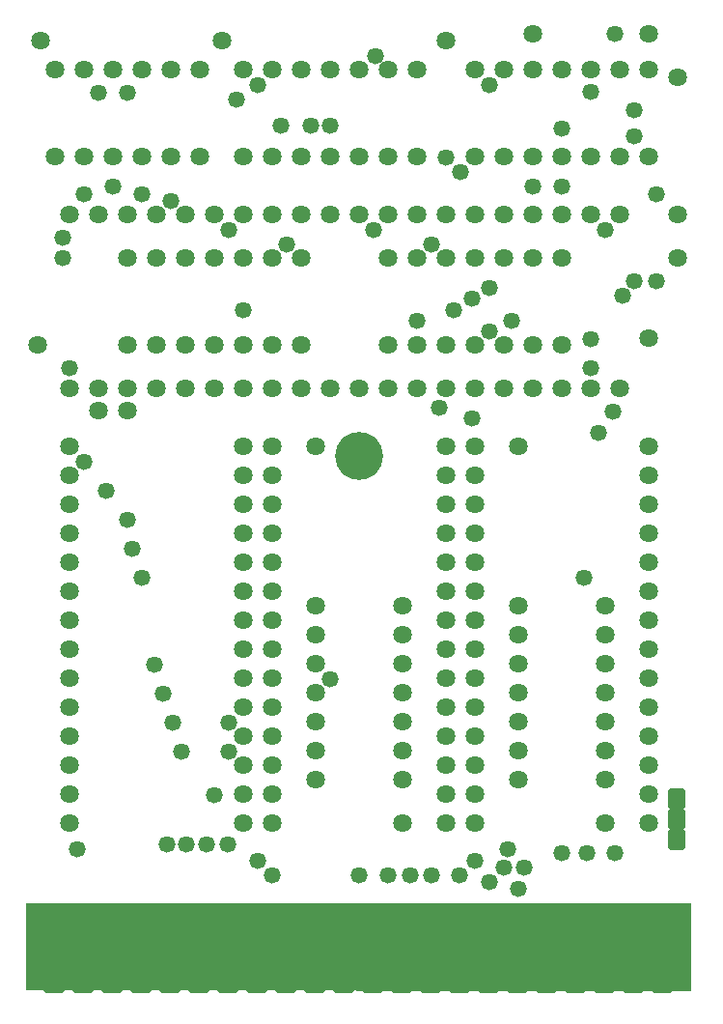
<source format=gbr>
%FSLAX34Y34*%
%MOMM*%
%LNSOLDERMASK_TOP*%
G71*
G01*
%ADD10C,1.630*%
%ADD11C,1.470*%
%ADD12C,0.600*%
%ADD13C,4.200*%
%LPD*%
X63500Y-342000D02*
G54D10*
D03*
X63500Y-322950D02*
G54D10*
D03*
X88900Y-322950D02*
G54D10*
D03*
X114300Y-322950D02*
G54D10*
D03*
X139700Y-322950D02*
G54D10*
D03*
X88900Y-342000D02*
G54D10*
D03*
X165100Y-322950D02*
G54D10*
D03*
X38100Y-322950D02*
G54D10*
D03*
X38100Y-373750D02*
G54D10*
D03*
X190500Y-373750D02*
G54D10*
D03*
X190500Y-399150D02*
G54D10*
D03*
X38100Y-399150D02*
G54D10*
D03*
X190500Y-322950D02*
G54D10*
D03*
X215900Y-322950D02*
G54D10*
D03*
X241300Y-322950D02*
G54D10*
D03*
X266700Y-322950D02*
G54D10*
D03*
X292100Y-322950D02*
G54D10*
D03*
X317500Y-322950D02*
G54D10*
D03*
X342900Y-322950D02*
G54D10*
D03*
X368300Y-322950D02*
G54D10*
D03*
X393700Y-322950D02*
G54D10*
D03*
X419100Y-322950D02*
G54D10*
D03*
X444500Y-322950D02*
G54D10*
D03*
X469900Y-322950D02*
G54D10*
D03*
X495300Y-322950D02*
G54D10*
D03*
X520700Y-322950D02*
G54D10*
D03*
X38100Y-424550D02*
G54D10*
D03*
X38100Y-449950D02*
G54D10*
D03*
X38100Y-475350D02*
G54D10*
D03*
X38100Y-500750D02*
G54D10*
D03*
X38100Y-526150D02*
G54D10*
D03*
X38100Y-551550D02*
G54D10*
D03*
X38100Y-576950D02*
G54D10*
D03*
X38100Y-602350D02*
G54D10*
D03*
X38100Y-627750D02*
G54D10*
D03*
X38100Y-653150D02*
G54D10*
D03*
X38100Y-678550D02*
G54D10*
D03*
X38100Y-703950D02*
G54D10*
D03*
X190500Y-424550D02*
G54D10*
D03*
X190500Y-449950D02*
G54D10*
D03*
X190500Y-475350D02*
G54D10*
D03*
X190500Y-500750D02*
G54D10*
D03*
X190500Y-526150D02*
G54D10*
D03*
X190500Y-551550D02*
G54D10*
D03*
X190500Y-576950D02*
G54D10*
D03*
X190500Y-602350D02*
G54D10*
D03*
X190500Y-627750D02*
G54D10*
D03*
X190500Y-653150D02*
G54D10*
D03*
X190500Y-678550D02*
G54D10*
D03*
X190500Y-703950D02*
G54D10*
D03*
X215900Y-373750D02*
G54D10*
D03*
X215900Y-399150D02*
G54D10*
D03*
X215900Y-424550D02*
G54D10*
D03*
X215900Y-449950D02*
G54D10*
D03*
X215900Y-475350D02*
G54D10*
D03*
X215900Y-500750D02*
G54D10*
D03*
X215900Y-526150D02*
G54D10*
D03*
X215900Y-551550D02*
G54D10*
D03*
X215900Y-576950D02*
G54D10*
D03*
X215900Y-602350D02*
G54D10*
D03*
X215900Y-627750D02*
G54D10*
D03*
X215900Y-653150D02*
G54D10*
D03*
X215900Y-678550D02*
G54D10*
D03*
X215900Y-703950D02*
G54D10*
D03*
X368300Y-373750D02*
G54D10*
D03*
X368300Y-399150D02*
G54D10*
D03*
X368300Y-424550D02*
G54D10*
D03*
X368300Y-449950D02*
G54D10*
D03*
X368300Y-475350D02*
G54D10*
D03*
X368300Y-500750D02*
G54D10*
D03*
X368300Y-526150D02*
G54D10*
D03*
X368300Y-551550D02*
G54D10*
D03*
X368300Y-576950D02*
G54D10*
D03*
X368300Y-602350D02*
G54D10*
D03*
X368300Y-627750D02*
G54D10*
D03*
X368300Y-653150D02*
G54D10*
D03*
X368300Y-678550D02*
G54D10*
D03*
X368300Y-703950D02*
G54D10*
D03*
X393700Y-373750D02*
G54D10*
D03*
X393700Y-399150D02*
G54D10*
D03*
X393700Y-424550D02*
G54D10*
D03*
X393700Y-449950D02*
G54D10*
D03*
X393700Y-475350D02*
G54D10*
D03*
X393700Y-500750D02*
G54D10*
D03*
X393700Y-526150D02*
G54D10*
D03*
X393700Y-551550D02*
G54D10*
D03*
X393700Y-576950D02*
G54D10*
D03*
X393700Y-602350D02*
G54D10*
D03*
X393700Y-627750D02*
G54D10*
D03*
X393700Y-653150D02*
G54D10*
D03*
X393700Y-678550D02*
G54D10*
D03*
X393700Y-703950D02*
G54D10*
D03*
X546100Y-373750D02*
G54D10*
D03*
X546100Y-399150D02*
G54D10*
D03*
X546100Y-424550D02*
G54D10*
D03*
X546100Y-449950D02*
G54D10*
D03*
X546100Y-475350D02*
G54D10*
D03*
X546100Y-500750D02*
G54D10*
D03*
X546100Y-526150D02*
G54D10*
D03*
X546100Y-551550D02*
G54D10*
D03*
X546100Y-576950D02*
G54D10*
D03*
X546100Y-602350D02*
G54D10*
D03*
X546100Y-627750D02*
G54D10*
D03*
X546100Y-653150D02*
G54D10*
D03*
X546100Y-678550D02*
G54D10*
D03*
X546100Y-703950D02*
G54D10*
D03*
X330200Y-703950D02*
G54D10*
D03*
X330200Y-665850D02*
G54D10*
D03*
X330200Y-640450D02*
G54D10*
D03*
X330200Y-615050D02*
G54D10*
D03*
X330200Y-589650D02*
G54D10*
D03*
X254000Y-665850D02*
G54D10*
D03*
X254000Y-640450D02*
G54D10*
D03*
X254000Y-615050D02*
G54D10*
D03*
X254000Y-589650D02*
G54D10*
D03*
X254000Y-564250D02*
G54D10*
D03*
X254000Y-538850D02*
G54D10*
D03*
X330200Y-538850D02*
G54D10*
D03*
X330200Y-564250D02*
G54D10*
D03*
X254000Y-513450D02*
G54D10*
D03*
X330200Y-513450D02*
G54D10*
D03*
X431800Y-513450D02*
G54D10*
D03*
X431800Y-538850D02*
G54D10*
D03*
X431800Y-564250D02*
G54D10*
D03*
X431800Y-589650D02*
G54D10*
D03*
X431800Y-615050D02*
G54D10*
D03*
X431800Y-640450D02*
G54D10*
D03*
X431800Y-665850D02*
G54D10*
D03*
X508000Y-513450D02*
G54D10*
D03*
X508000Y-538850D02*
G54D10*
D03*
X508000Y-564250D02*
G54D10*
D03*
X508000Y-589650D02*
G54D10*
D03*
X508000Y-615050D02*
G54D10*
D03*
X508000Y-640450D02*
G54D10*
D03*
X508000Y-665850D02*
G54D10*
D03*
X9525Y-284850D02*
G54D10*
D03*
X88900Y-284850D02*
G54D10*
D03*
X114300Y-284850D02*
G54D10*
D03*
X139700Y-284850D02*
G54D10*
D03*
X165100Y-284850D02*
G54D10*
D03*
X190500Y-284850D02*
G54D10*
D03*
X215900Y-284850D02*
G54D10*
D03*
X241300Y-284850D02*
G54D10*
D03*
X317500Y-284850D02*
G54D10*
D03*
X342900Y-284850D02*
G54D10*
D03*
X368300Y-284850D02*
G54D10*
D03*
X393700Y-284850D02*
G54D10*
D03*
X419100Y-284850D02*
G54D10*
D03*
X444500Y-284850D02*
G54D10*
D03*
X469900Y-284850D02*
G54D10*
D03*
X546100Y-278500D02*
G54D10*
D03*
X88900Y-208650D02*
G54D10*
D03*
X114300Y-208650D02*
G54D10*
D03*
X139700Y-208650D02*
G54D10*
D03*
X165100Y-208650D02*
G54D10*
D03*
X190500Y-208650D02*
G54D10*
D03*
X215900Y-208650D02*
G54D10*
D03*
X241300Y-208650D02*
G54D10*
D03*
X317500Y-208650D02*
G54D10*
D03*
X342900Y-208650D02*
G54D10*
D03*
X368300Y-208650D02*
G54D10*
D03*
X393700Y-208650D02*
G54D10*
D03*
X419100Y-208650D02*
G54D10*
D03*
X444500Y-208650D02*
G54D10*
D03*
X469900Y-208650D02*
G54D10*
D03*
X570706Y-208650D02*
G54D10*
D03*
X570706Y-170550D02*
G54D10*
D03*
X520700Y-170550D02*
G54D10*
D03*
X254000Y-373750D02*
G54D10*
D03*
X38100Y-170550D02*
G54D10*
D03*
X63500Y-170550D02*
G54D10*
D03*
X88900Y-170550D02*
G54D10*
D03*
X114300Y-170550D02*
G54D10*
D03*
X139700Y-170550D02*
G54D10*
D03*
X165100Y-170550D02*
G54D10*
D03*
X190500Y-170550D02*
G54D10*
D03*
X215900Y-170550D02*
G54D10*
D03*
X241300Y-170550D02*
G54D10*
D03*
X266700Y-170550D02*
G54D10*
D03*
X292100Y-170550D02*
G54D10*
D03*
X317500Y-170550D02*
G54D10*
D03*
X342900Y-170550D02*
G54D10*
D03*
X368300Y-170550D02*
G54D10*
D03*
X393700Y-170550D02*
G54D10*
D03*
X419100Y-170550D02*
G54D10*
D03*
X444500Y-170550D02*
G54D10*
D03*
X469900Y-170550D02*
G54D10*
D03*
X495300Y-170550D02*
G54D10*
D03*
X25400Y-119750D02*
G54D10*
D03*
X50800Y-119750D02*
G54D10*
D03*
X76200Y-119750D02*
G54D10*
D03*
X101600Y-119750D02*
G54D10*
D03*
X127000Y-119750D02*
G54D10*
D03*
X152400Y-119750D02*
G54D10*
D03*
X190500Y-119750D02*
G54D10*
D03*
X215900Y-119750D02*
G54D10*
D03*
X241300Y-119750D02*
G54D10*
D03*
X266700Y-119750D02*
G54D10*
D03*
X292100Y-119750D02*
G54D10*
D03*
X317500Y-119750D02*
G54D10*
D03*
X342900Y-119750D02*
G54D10*
D03*
X393700Y-119750D02*
G54D10*
D03*
X419100Y-119750D02*
G54D10*
D03*
X444500Y-119750D02*
G54D10*
D03*
X469900Y-119750D02*
G54D10*
D03*
X495300Y-119750D02*
G54D10*
D03*
X520700Y-119750D02*
G54D10*
D03*
X546100Y-119750D02*
G54D10*
D03*
X25400Y-43550D02*
G54D10*
D03*
X50800Y-43550D02*
G54D10*
D03*
X76200Y-43550D02*
G54D10*
D03*
X101600Y-43550D02*
G54D10*
D03*
X127000Y-43550D02*
G54D10*
D03*
X152400Y-43550D02*
G54D10*
D03*
X190500Y-43550D02*
G54D10*
D03*
X215900Y-43550D02*
G54D10*
D03*
X241300Y-43550D02*
G54D10*
D03*
X266700Y-43550D02*
G54D10*
D03*
X292100Y-43550D02*
G54D10*
D03*
X317500Y-43550D02*
G54D10*
D03*
X393700Y-43550D02*
G54D10*
D03*
X419100Y-43550D02*
G54D10*
D03*
X444500Y-43550D02*
G54D10*
D03*
X469900Y-43550D02*
G54D10*
D03*
X495300Y-43550D02*
G54D10*
D03*
X520700Y-43550D02*
G54D10*
D03*
X546100Y-43550D02*
G54D10*
D03*
X12700Y-18150D02*
G54D10*
D03*
X171450Y-18150D02*
G54D10*
D03*
X368300Y-18150D02*
G54D10*
D03*
X444500Y-11800D02*
G54D10*
D03*
X546100Y-11800D02*
G54D10*
D03*
X508000Y-703950D02*
G54D10*
D03*
X570706Y-50694D02*
G54D10*
D03*
X63500Y-63500D02*
G54D11*
D03*
X88900Y-63500D02*
G54D11*
D03*
X184150Y-69850D02*
G54D11*
D03*
X203200Y-57150D02*
G54D11*
D03*
X406400Y-57150D02*
G54D11*
D03*
X495300Y-63103D02*
G54D11*
D03*
X342900Y-43550D02*
G54D10*
D03*
X223044Y-92869D02*
G54D11*
D03*
X249238Y-92869D02*
G54D11*
D03*
X266700Y-92869D02*
G54D11*
D03*
X469900Y-95250D02*
G54D11*
D03*
X533400Y-101600D02*
G54D11*
D03*
X533400Y-79375D02*
G54D11*
D03*
X368300Y-120650D02*
G54D11*
D03*
X381000Y-133350D02*
G54D11*
D03*
X444500Y-146050D02*
G54D11*
D03*
X469900Y-146050D02*
G54D11*
D03*
X515938Y-11906D02*
G54D11*
D03*
X50800Y-152400D02*
G54D11*
D03*
X76200Y-146050D02*
G54D11*
D03*
X101600Y-152400D02*
G54D11*
D03*
X127000Y-158750D02*
G54D11*
D03*
X552450Y-152400D02*
G54D11*
D03*
X533400Y-228600D02*
G54D11*
D03*
X552450Y-228600D02*
G54D11*
D03*
X523081Y-241300D02*
G54D11*
D03*
X31750Y-190500D02*
G54D11*
D03*
X177800Y-184150D02*
G54D11*
D03*
X228600Y-196850D02*
G54D11*
D03*
X304800Y-184150D02*
G54D11*
D03*
X355600Y-196850D02*
G54D11*
D03*
X508000Y-184150D02*
G54D11*
D03*
X190500Y-254000D02*
G54D11*
D03*
X342900Y-263525D02*
G54D11*
D03*
X390525Y-244475D02*
G54D11*
D03*
X406400Y-234950D02*
G54D11*
D03*
X374650Y-254000D02*
G54D11*
D03*
X406400Y-273050D02*
G54D11*
D03*
X425450Y-263525D02*
G54D11*
D03*
X306388Y-31750D02*
G54D11*
D03*
X495300Y-279400D02*
G54D11*
D03*
X495300Y-304800D02*
G54D11*
D03*
X514350Y-342900D02*
G54D11*
D03*
X501650Y-361950D02*
G54D11*
D03*
X390525Y-349250D02*
G54D11*
D03*
X361950Y-339725D02*
G54D11*
D03*
X431800Y-373750D02*
G54D10*
D03*
X38100Y-304800D02*
G54D11*
D03*
X50800Y-387350D02*
G54D11*
D03*
X69850Y-412750D02*
G54D11*
D03*
X88900Y-438150D02*
G54D11*
D03*
X92869Y-463550D02*
G54D11*
D03*
X101600Y-488950D02*
G54D11*
D03*
X111919Y-565150D02*
G54D11*
D03*
X119856Y-590550D02*
G54D11*
D03*
X488950Y-488950D02*
G54D11*
D03*
X128191Y-615950D02*
G54D11*
D03*
X136128Y-641350D02*
G54D11*
D03*
X177800Y-615950D02*
G54D11*
D03*
X177800Y-641350D02*
G54D11*
D03*
X165100Y-679450D02*
G54D11*
D03*
X266700Y-577850D02*
G54D11*
D03*
X123031Y-722312D02*
G54D11*
D03*
X140494Y-722312D02*
G54D11*
D03*
X158353Y-722312D02*
G54D11*
D03*
X176609Y-722312D02*
G54D11*
D03*
X44450Y-727075D02*
G54D11*
D03*
X203200Y-736600D02*
G54D11*
D03*
X215900Y-749300D02*
G54D11*
D03*
X292100Y-749300D02*
G54D11*
D03*
X317500Y-749300D02*
G54D11*
D03*
X336550Y-749300D02*
G54D11*
D03*
X355600Y-749300D02*
G54D11*
D03*
X379412Y-749300D02*
G54D11*
D03*
X393700Y-736600D02*
G54D11*
D03*
X406400Y-755650D02*
G54D11*
D03*
X419100Y-742950D02*
G54D11*
D03*
X422275Y-727075D02*
G54D11*
D03*
X431244Y-761365D02*
G54D11*
D03*
X436562Y-742950D02*
G54D11*
D03*
X469900Y-730250D02*
G54D11*
D03*
X491728Y-730250D02*
G54D11*
D03*
X515938Y-730250D02*
G54D11*
D03*
G36*
X43021Y-779621D02*
X55721Y-779621D01*
X55721Y-849471D01*
X43021Y-849471D01*
X43021Y-779621D01*
G37*
G54D12*
X43021Y-779621D02*
X55721Y-779621D01*
X55721Y-849471D01*
X43021Y-849471D01*
X43021Y-779621D01*
G36*
X17621Y-779621D02*
X30321Y-779621D01*
X30321Y-849471D01*
X17621Y-849471D01*
X17621Y-779621D01*
G37*
G54D12*
X17621Y-779621D02*
X30321Y-779621D01*
X30321Y-849471D01*
X17621Y-849471D01*
X17621Y-779621D01*
X23999Y-789440D02*
G54D10*
D03*
X292100Y-382191D02*
G54D13*
D03*
G36*
X565150Y-711200D02*
X574675Y-711200D01*
X574675Y-723900D01*
X565150Y-723900D01*
X565150Y-711200D01*
G37*
G54D12*
X565150Y-711200D02*
X574675Y-711200D01*
X574675Y-723900D01*
X565150Y-723900D01*
X565150Y-711200D01*
G36*
X565150Y-693738D02*
X574675Y-693738D01*
X574675Y-706438D01*
X565150Y-706438D01*
X565150Y-693738D01*
G37*
G54D12*
X565150Y-693738D02*
X574675Y-693738D01*
X574675Y-706438D01*
X565150Y-706438D01*
X565150Y-693738D01*
G36*
X565150Y-676275D02*
X574675Y-676275D01*
X574675Y-688975D01*
X565150Y-688975D01*
X565150Y-676275D01*
G37*
G54D12*
X565150Y-676275D02*
X574675Y-676275D01*
X574675Y-688975D01*
X565150Y-688975D01*
X565150Y-676275D01*
G36*
X68421Y-779621D02*
X81121Y-779621D01*
X81121Y-849471D01*
X68421Y-849471D01*
X68421Y-779621D01*
G37*
G54D12*
X68421Y-779621D02*
X81121Y-779621D01*
X81121Y-849471D01*
X68421Y-849471D01*
X68421Y-779621D01*
G36*
X93821Y-779621D02*
X106521Y-779621D01*
X106521Y-849471D01*
X93821Y-849471D01*
X93821Y-779621D01*
G37*
G54D12*
X93821Y-779621D02*
X106521Y-779621D01*
X106521Y-849471D01*
X93821Y-849471D01*
X93821Y-779621D01*
G36*
X119221Y-779621D02*
X131921Y-779621D01*
X131921Y-849471D01*
X119221Y-849471D01*
X119221Y-779621D01*
G37*
G54D12*
X119221Y-779621D02*
X131921Y-779621D01*
X131921Y-849471D01*
X119221Y-849471D01*
X119221Y-779621D01*
G36*
X144621Y-779621D02*
X157321Y-779621D01*
X157321Y-849471D01*
X144621Y-849471D01*
X144621Y-779621D01*
G37*
G54D12*
X144621Y-779621D02*
X157321Y-779621D01*
X157321Y-849471D01*
X144621Y-849471D01*
X144621Y-779621D01*
G36*
X170021Y-779621D02*
X182721Y-779621D01*
X182721Y-849471D01*
X170021Y-849471D01*
X170021Y-779621D01*
G37*
G54D12*
X170021Y-779621D02*
X182721Y-779621D01*
X182721Y-849471D01*
X170021Y-849471D01*
X170021Y-779621D01*
G36*
X195421Y-779621D02*
X208121Y-779621D01*
X208121Y-849471D01*
X195421Y-849471D01*
X195421Y-779621D01*
G37*
G54D12*
X195421Y-779621D02*
X208121Y-779621D01*
X208121Y-849471D01*
X195421Y-849471D01*
X195421Y-779621D01*
G36*
X220821Y-779621D02*
X233521Y-779621D01*
X233521Y-849471D01*
X220821Y-849471D01*
X220821Y-779621D01*
G37*
G54D12*
X220821Y-779621D02*
X233521Y-779621D01*
X233521Y-849471D01*
X220821Y-849471D01*
X220821Y-779621D01*
G36*
X246221Y-779621D02*
X258921Y-779621D01*
X258921Y-849471D01*
X246221Y-849471D01*
X246221Y-779621D01*
G37*
G54D12*
X246221Y-779621D02*
X258921Y-779621D01*
X258921Y-849471D01*
X246221Y-849471D01*
X246221Y-779621D01*
G36*
X271621Y-779621D02*
X284321Y-779621D01*
X284321Y-849471D01*
X271621Y-849471D01*
X271621Y-779621D01*
G37*
G54D12*
X271621Y-779621D02*
X284321Y-779621D01*
X284321Y-849471D01*
X271621Y-849471D01*
X271621Y-779621D01*
G36*
X297021Y-779621D02*
X309721Y-779621D01*
X309721Y-849471D01*
X297021Y-849471D01*
X297021Y-779621D01*
G37*
G54D12*
X297021Y-779621D02*
X309721Y-779621D01*
X309721Y-849471D01*
X297021Y-849471D01*
X297021Y-779621D01*
G36*
X322421Y-779621D02*
X335121Y-779621D01*
X335121Y-849471D01*
X322421Y-849471D01*
X322421Y-779621D01*
G37*
G54D12*
X322421Y-779621D02*
X335121Y-779621D01*
X335121Y-849471D01*
X322421Y-849471D01*
X322421Y-779621D01*
G36*
X347821Y-779621D02*
X360521Y-779621D01*
X360521Y-849471D01*
X347821Y-849471D01*
X347821Y-779621D01*
G37*
G54D12*
X347821Y-779621D02*
X360521Y-779621D01*
X360521Y-849471D01*
X347821Y-849471D01*
X347821Y-779621D01*
G36*
X373221Y-779621D02*
X385921Y-779621D01*
X385921Y-849471D01*
X373221Y-849471D01*
X373221Y-779621D01*
G37*
G54D12*
X373221Y-779621D02*
X385921Y-779621D01*
X385921Y-849471D01*
X373221Y-849471D01*
X373221Y-779621D01*
G36*
X398621Y-779621D02*
X411321Y-779621D01*
X411321Y-849471D01*
X398621Y-849471D01*
X398621Y-779621D01*
G37*
G54D12*
X398621Y-779621D02*
X411321Y-779621D01*
X411321Y-849471D01*
X398621Y-849471D01*
X398621Y-779621D01*
G36*
X424021Y-779621D02*
X436721Y-779621D01*
X436721Y-849471D01*
X424021Y-849471D01*
X424021Y-779621D01*
G37*
G54D12*
X424021Y-779621D02*
X436721Y-779621D01*
X436721Y-849471D01*
X424021Y-849471D01*
X424021Y-779621D01*
G36*
X449421Y-779621D02*
X462121Y-779621D01*
X462121Y-849471D01*
X449421Y-849471D01*
X449421Y-779621D01*
G37*
G54D12*
X449421Y-779621D02*
X462121Y-779621D01*
X462121Y-849471D01*
X449421Y-849471D01*
X449421Y-779621D01*
G36*
X474821Y-779621D02*
X487521Y-779621D01*
X487521Y-849471D01*
X474821Y-849471D01*
X474821Y-779621D01*
G37*
G54D12*
X474821Y-779621D02*
X487521Y-779621D01*
X487521Y-849471D01*
X474821Y-849471D01*
X474821Y-779621D01*
G36*
X500221Y-779621D02*
X512921Y-779621D01*
X512921Y-849471D01*
X500221Y-849471D01*
X500221Y-779621D01*
G37*
G54D12*
X500221Y-779621D02*
X512921Y-779621D01*
X512921Y-849471D01*
X500221Y-849471D01*
X500221Y-779621D01*
G36*
X525621Y-779621D02*
X538321Y-779621D01*
X538321Y-849471D01*
X525621Y-849471D01*
X525621Y-779621D01*
G37*
G54D12*
X525621Y-779621D02*
X538321Y-779621D01*
X538321Y-849471D01*
X525621Y-849471D01*
X525621Y-779621D01*
G36*
X551021Y-779621D02*
X563721Y-779621D01*
X563721Y-849471D01*
X551021Y-849471D01*
X551021Y-779621D01*
G37*
G54D12*
X551021Y-779621D02*
X563721Y-779621D01*
X563721Y-849471D01*
X551021Y-849471D01*
X551021Y-779621D01*
X31750Y-208650D02*
G54D11*
D03*
G36*
X-397Y-850503D02*
X-397Y-774303D01*
X582612Y-773906D01*
X582612Y-851297D01*
X-794Y-850503D01*
X-397Y-850503D01*
G37*
M02*

</source>
